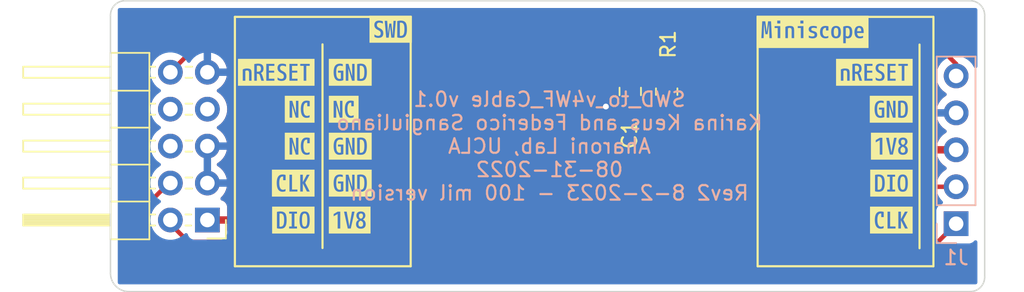
<source format=kicad_pcb>
(kicad_pcb (version 20221018) (generator pcbnew)
  (layers (0 "F.Cu" signal) (31 "B.Cu" signal) (34 "B.Paste" user) (35 "F.Paste" user) (36 "B.SilkS" user "B.Silkscreen") (37 "F.SilkS" user "F.Silkscreen") (38 "B.Mask" user) (39 "F.Mask" user) (44 "Edge.Cuts" user))
  (net 0 "")
  (net 1 "/SWDCLK")
  (net 2 "/SWDIO")
  (net 3 "+1V8")
  (net 4 "GND")
  (net 5 "/nRST")
  (footprint "Resistor_SMD:R_0805_2012Metric_Pad1.20x1.40mm_HandSolder" (layer "F.Cu") (at 163.775 55.6 90)
    (fp_text reference "R1" (at 3.25 0.1 90) (layer "F.SilkS"))
    (fp_text value "10k" hide)
    (pad "1" smd roundrect (at -1 0 90) (size 1.2 1.4) (layers "F.Cu" "F.Paste" "F.Mask") (roundrect_rratio 0.2083333333) (net 3 "+1V8"))
    (pad "2" smd roundrect (at 1 0 90) (size 1.2 1.4) (layers "F.Cu" "F.Paste" "F.Mask") (roundrect_rratio 0.2083333333) (net 5 "/nRST"))
  )
  (footprint "kibuzzard-630EA251" (layer "F.Cu") (at 142.057657 59.35)
    (fp_text reference "kibuzzard-630EA251" hide)
    (fp_text value "G***" hide)
  )
  (footprint "kibuzzard-630EA342" (layer "F.Cu") (at 141.607601 56.81)
    (fp_text reference "kibuzzard-630EA342" hide)
    (fp_text value "G***" hide)
  )
  (footprint "kibuzzard-630EA36E" (layer "F.Cu") (at 138.142882 61.89)
    (fp_text reference "kibuzzard-630EA36E" hide)
    (fp_text value "G***" hide)
  )
  (footprint "kibuzzard-630EA342" (layer "F.Cu") (at 138.585 59.35)
    (fp_text reference "kibuzzard-630EA342" hide)
    (fp_text value "G***" hide)
  )
  (footprint "kibuzzard-630EA6CF" (layer "F.Cu") (at 178.028025 54.27)
    (fp_text reference "kibuzzard-630EA6CF" hide)
    (fp_text value "G***" hide)
  )
  (footprint "kibuzzard-630EA6B9" (layer "F.Cu") (at 173.785573 51.493604)
    (fp_text reference "kibuzzard-630EA6B9" hide)
    (fp_text value "G***" hide)
  )
  (footprint "kibuzzard-630EA251" (layer "F.Cu") (at 142.057657 54.27)
    (fp_text reference "kibuzzard-630EA251" hide)
    (fp_text value "G***" hide)
  )
  (footprint "kibuzzard-630EA39E" (layer "F.Cu") (at 144.828496 51.311042)
    (fp_text reference "kibuzzard-630EA39E" hide)
    (fp_text value "G***" hide)
  )
  (footprint "Capacitor_SMD:C_0805_2012Metric_Pad1.18x1.45mm_HandSolder" (layer "F.Cu") (at 161.275 55.5875 -90)
    (fp_text reference "C1" (at 2.9875 0.05 90) (layer "F.SilkS"))
    (fp_text value "1u" hide)
    (pad "1" smd roundrect (at -1.0375 0 270) (size 1.175 1.45) (layers "F.Cu" "F.Paste" "F.Mask") (roundrect_rratio 0.2127659574) (net 5 "/nRST"))
    (pad "2" smd roundrect (at 1.0375 0 270) (size 1.175 1.45) (layers "F.Cu" "F.Paste" "F.Mask") (roundrect_rratio 0.2127659574) (net 4 "GND"))
  )
  (footprint "kibuzzard-630EA6DD" (layer "F.Cu") (at 179.185312 56.81)
    (fp_text reference "kibuzzard-630EA6DD" hide)
    (fp_text value "G***" hide)
  )
  (footprint "kibuzzard-630EA2F1" (layer "F.Cu") (at 136.977657 54.27)
    (fp_text reference "kibuzzard-630EA2F1" hide)
    (fp_text value "G***" hide)
  )
  (footprint "kibuzzard-630EA721" (layer "F.Cu") (at 179.200393 61.89)
    (fp_text reference "kibuzzard-630EA721" hide)
    (fp_text value "G***" hide)
  )
  (footprint "kibuzzard-630EA733" (layer "F.Cu") (at 179.19325 64.43)
    (fp_text reference "kibuzzard-630EA733" hide)
    (fp_text value "G***" hide)
  )
  (footprint "kibuzzard-630EA6F1" (layer "F.Cu") (at 179.225 59.35)
    (fp_text reference "kibuzzard-630EA6F1" hide)
    (fp_text value "G***" hide)
  )
  (footprint "kibuzzard-630EA251" (layer "F.Cu") (at 142.057657 61.89)
    (fp_text reference "kibuzzard-630EA251" hide)
    (fp_text value "G***" hide)
  )
  (footprint "kibuzzard-630EA342" (layer "F.Cu") (at 138.585 56.81)
    (fp_text reference "kibuzzard-630EA342" hide)
    (fp_text value "G***" hide)
  )
  (footprint "kibuzzard-630EA059" (layer "F.Cu") (at 142.017969 64.43)
    (fp_text reference "kibuzzard-630EA059" hide)
    (fp_text value "G***" hide)
  )
  (footprint "kibuzzard-630EA384" (layer "F.Cu") (at 138.150025 64.43)
    (fp_text reference "kibuzzard-630EA384" hide)
    (fp_text value "G***" hide)
  )
  (footprint "Connector_PinHeader_2.54mm:PinHeader_2x05_P2.54mm_Horizontal" (layer "F.Cu") (at 132.25 64.425 180)
    (fp_text reference "J2" hide)
    (fp_text value "Conn_02x05_Odd_Even")
    (pad "1" thru_hole rect (at 0 0 180) (size 1.7 1.7) (drill 1) (layers "*.Cu" "*.Mask") (net 3 "+1V8"))
    (pad "2" thru_hole oval (at 2.54 0 180) (size 1.7 1.7) (drill 1) (layers "*.Cu" "*.Mask") (net 2 "/SWDIO"))
    (pad "3" thru_hole oval (at 0 2.54 180) (size 1.7 1.7) (drill 1) (layers "*.Cu" "*.Mask") (net 4 "GND"))
    (pad "4" thru_hole oval (at 2.54 2.54 180) (size 1.7 1.7) (drill 1) (layers "*.Cu" "*.Mask") (net 1 "/SWDCLK"))
    (pad "5" thru_hole oval (at 0 5.08 180) (size 1.7 1.7) (drill 1) (layers "*.Cu" "*.Mask") (net 4 "GND"))
    (pad "6" thru_hole oval (at 2.54 5.08 180) (size 1.7 1.7) (drill 1) (layers "*.Cu" "*.Mask"))
    (pad "7" thru_hole oval (at 0 7.62 180) (size 1.7 1.7) (drill 1) (layers "*.Cu" "*.Mask"))
    (pad "8" thru_hole oval (at 2.54 7.62 180) (size 1.7 1.7) (drill 1) (layers "*.Cu" "*.Mask"))
    (pad "9" thru_hole oval (at 0 10.16 180) (size 1.7 1.7) (drill 1) (layers "*.Cu" "*.Mask") (net 4 "GND"))
    (pad "10" thru_hole oval (at 2.54 10.16 180) (size 1.7 1.7) (drill 1) (layers "*.Cu" "*.Mask") (net 5 "/nRST"))
  )
  (footprint "Connector_PinHeader_2.54mm:PinHeader_1x05_P2.54mm_Vertical" (layer "B.Cu") (at 183.64 64.68)
    (fp_text reference "J1" (at 0 2.33 180) (layer "B.SilkS") (effects (justify mirror)))
    (fp_text value "Conn_01x05")
    (pad "1" thru_hole rect (at 0 0) (size 1.7 1.7) (drill 1) (layers "*.Cu" "*.Mask") (net 1 "/SWDCLK"))
    (pad "2" thru_hole oval (at 0 -2.54) (size 1.7 1.7) (drill 1) (layers "*.Cu" "*.Mask") (net 2 "/SWDIO"))
    (pad "3" thru_hole oval (at 0 -5.08) (size 1.7 1.7) (drill 1) (layers "*.Cu" "*.Mask") (net 3 "+1V8"))
    (pad "4" thru_hole oval (at 0 -7.62) (size 1.7 1.7) (drill 1) (layers "*.Cu" "*.Mask") (net 4 "GND"))
    (pad "5" thru_hole oval (at 0 -10.16) (size 1.7 1.7) (drill 1) (layers "*.Cu" "*.Mask") (net 5 "/nRST"))
  )
  (gr_line (start 134.14 67.605) (end 146.205 67.605) (stroke (width 0.15)) (layer "F.SilkS"))
  (gr_line (start 170.0175 50.46) (end 170.0175 67.605) (stroke (width 0.15)) (layer "F.SilkS"))
  (gr_line (start 140.152657 52.35) (end 140.152657 66.35) (stroke (width 0.15)) (layer "F.SilkS"))
  (gr_line (start 181.13 52.365) (end 181.13 66.365) (stroke (width 0.15)) (layer "F.SilkS"))
  (gr_line (start 146.205 50.46) (end 134.14 50.46) (stroke (width 0.15)) (layer "F.SilkS"))
  (gr_line (start 182.0825 50.46) (end 170.0175 50.46) (stroke (width 0.15)) (layer "F.SilkS"))
  (gr_line (start 134.14 50.46) (end 134.14 67.605) (stroke (width 0.15)) (layer "F.SilkS"))
  (gr_line (start 170.0175 67.605) (end 182.0825 67.605) (stroke (width 0.15)) (layer "F.SilkS"))
  (gr_line (start 182.0825 67.605) (end 182.0825 50.46) (stroke (width 0.15)) (layer "F.SilkS"))
  (gr_line (start 146.205 67.605) (end 146.205 50.46) (stroke (width 0.15)) (layer "F.SilkS"))
  (gr_arc (start 185.6 68.35) (mid 185.307107 69.057107) (end 184.6 69.35) (stroke (width 0.1)) (layer "Edge.Cuts"))
  (gr_line (start 125.6 50.35) (end 125.6 68.08) (stroke (width 0.1)) (layer "Edge.Cuts"))
  (gr_arc (start 125.6 50.35) (mid 125.892893 49.642893) (end 126.6 49.35) (stroke (width 0.1)) (layer "Edge.Cuts"))
  (gr_line (start 126.87 69.35) (end 184.6 69.35) (stroke (width 0.1)) (layer "Edge.Cuts"))
  (gr_arc (start 184.6 49.35) (mid 185.307107 49.642893) (end 185.6 50.35) (stroke (width 0.1)) (layer "Edge.Cuts"))
  (gr_line (start 184.6 49.35) (end 126.6 49.35) (stroke (width 0.1)) (layer "Edge.Cuts"))
  (gr_line (start 185.6 68.35) (end 185.6 50.35) (stroke (width 0.1)) (layer "Edge.Cuts"))
  (gr_arc (start 126.87 69.35) (mid 125.971974 68.978026) (end 125.6 68.08) (stroke (width 0.1)) (layer "Edge.Cuts"))
  (gr_text "SWD_to_v4WF_Cable v0.1\nKarina Keus and Federico Sangiuliano\nAharoni Lab, UCLA\n08-31-2022\nRev2 8-2-2023 - 100 mil version" (at 155.729991 59.349996) (layer "B.SilkS") (effects (font (size 1 1)) (justify mirror)))
  (segment (start 128.1908 63.3048) (end 128.1908 65.1082) (width 0.3048) (layer "F.Cu") (net 1))
  (segment (start 128.1908 65.1082) (end 129.7148 66.6322) (width 0.3048) (layer "F.Cu") (net 1))
  (segment (start 129.6106 61.885) (end 128.1908 63.3048) (width 0.3048) (layer "F.Cu") (net 1))
  (segment (start 129.7148 66.6322) (end 181.6878 66.6322) (width 0.3048) (layer "F.Cu") (net 1))
  (segment (start 181.6878 66.6322) (end 183.64 64.68) (width 0.3048) (layer "F.Cu") (net 1))
  (segment (start 129.71 61.885) (end 129.6106 61.885) (width 0.3048) (layer "F.Cu") (net 1))
  (segment (start 182.002 62.14) (end 183.64 62.14) (width 0.3048) (layer "F.Cu") (net 2))
  (segment (start 178.221 65.921) (end 182.002 62.14) (width 0.3048) (layer "F.Cu") (net 2))
  (segment (start 129.71 64.6925) (end 130.9385 65.921) (width 0.3048) (layer "F.Cu") (net 2))
  (segment (start 129.71 64.425) (end 129.71 64.6925) (width 0.3048) (layer "F.Cu") (net 2))
  (segment (start 130.9385 65.921) (end 178.221 65.921) (width 0.3048) (layer "F.Cu") (net 2))
  (segment (start 163.775 56.6) (end 179.2 56.6) (width 0.25) (layer "F.Cu") (net 3))
  (segment (start 179.2 56.6) (end 182.2 59.6) (width 0.25) (layer "F.Cu") (net 3))
  (segment (start 182.2 59.6) (end 183.64 59.6) (width 0.25) (layer "F.Cu") (net 3))
  (segment (start 161.275 56.625) (end 159.625 56.625) (width 0.25) (layer "F.Cu") (net 4))
  (segment (start 159.625 56.625) (end 159.6 56.625) (width 0.25) (layer "F.Cu") (net 4))
  (via (at 159.6 56.625) (size 0.8) (drill 0.4) (layers "F.Cu" "B.Cu") (net 4))
  (segment (start 163.725 54.55) (end 163.775 54.6) (width 0.25) (layer "F.Cu") (net 5))
  (segment (start 161.275 54.55) (end 163.725 54.55) (width 0.25) (layer "F.Cu") (net 5))
  (segment (start 131.3382 52.6368) (end 164.6118 52.6368) (width 0.3048) (layer "F.Cu") (net 5))
  (segment (start 163.775 53.4736) (end 164.6118 52.6368) (width 0.25) (layer "F.Cu") (net 5))
  (segment (start 183.64 53.7) (end 183.64 54.52) (width 0.3048) (layer "F.Cu") (net 5))
  (segment (start 163.775 54.6) (end 163.775 53.4736) (width 0.25) (layer "F.Cu") (net 5))
  (segment (start 164.6118 52.6368) (end 182.5768 52.6368) (width 0.3048) (layer "F.Cu") (net 5))
  (segment (start 129.71 54.265) (end 131.3382 52.6368) (width 0.3048) (layer "F.Cu") (net 5))
  (segment (start 182.5768 52.6368) (end 183.64 53.7) (width 0.3048) (layer "F.Cu") (net 5))
  (zone (net 3) (net_name "+1V8") (layer "F.Cu") (connect_pads (clearance 0.508)) (min_thickness 0.254) (fill yes (thermal_gap 0.508) (thermal_bridge_width 0.508))
    (polygon (pts (xy 185.125 68.85) (xy 126.075 68.85) (xy 126.075 49.8) (xy 185.125 49.8)))
  )
  (zone (net 4) (net_name "GND") (layer "B.Cu") (connect_pads (clearance 0.508)) (min_thickness 0.254) (fill yes (thermal_gap 0.508) (thermal_bridge_width 0.508))
    (polygon (pts (xy 185.1 68.85) (xy 126.1 68.85) (xy 126.1 49.85) (xy 185.1 49.85)))
  )
)
</source>
